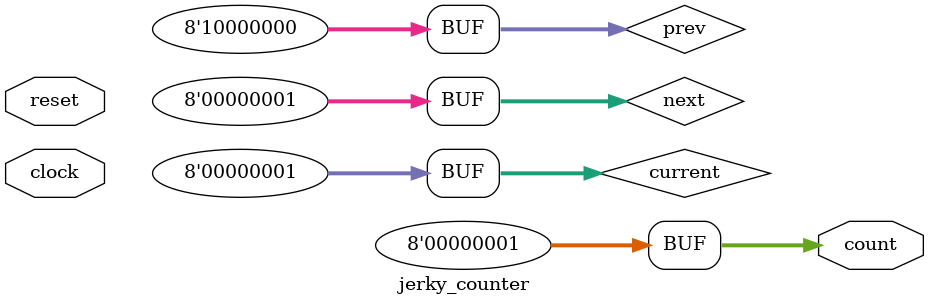
<source format=sv>

module jerky_counter (
  input  logic       clock, reset, //clock and reset signals
  output logic [7:0] count    //counter output
  );

  //We will track the next state and previous state to keep the count.
  logic [7:0] current;
  logic [7:0] next;
  logic [7:0] prev;

//Starting the count. Reset is the same. We made the reset asynchronous cause not specified.
initial
begin
current = 1;
next = 2;
prev = 128;
end

always @(reset)
begin
current = 1;
next = 2;
prev = 128;
end

//Next count logic:
always @(posedge clock)
begin
  if (current == 1) //If we are at 1, we need to check what the previous count was.
  begin
    if (prev == 128) //If prev was 128, we need to wrap around.
    begin
    next <= 2;
    prev <= current;
    end
    else //Else prev was not 128 and we can just assign next = 2* prev.
    begin
      next <= 2*prev;
      prev <= current;
    end
  end
  else //Else the next count is 1. Remember the current count.
  begin
    next <= 1;
    prev <= current;
  end
end

//Updating the output
always @(next)
begin
  current = next;
  count = current;
end


endmodule

</source>
